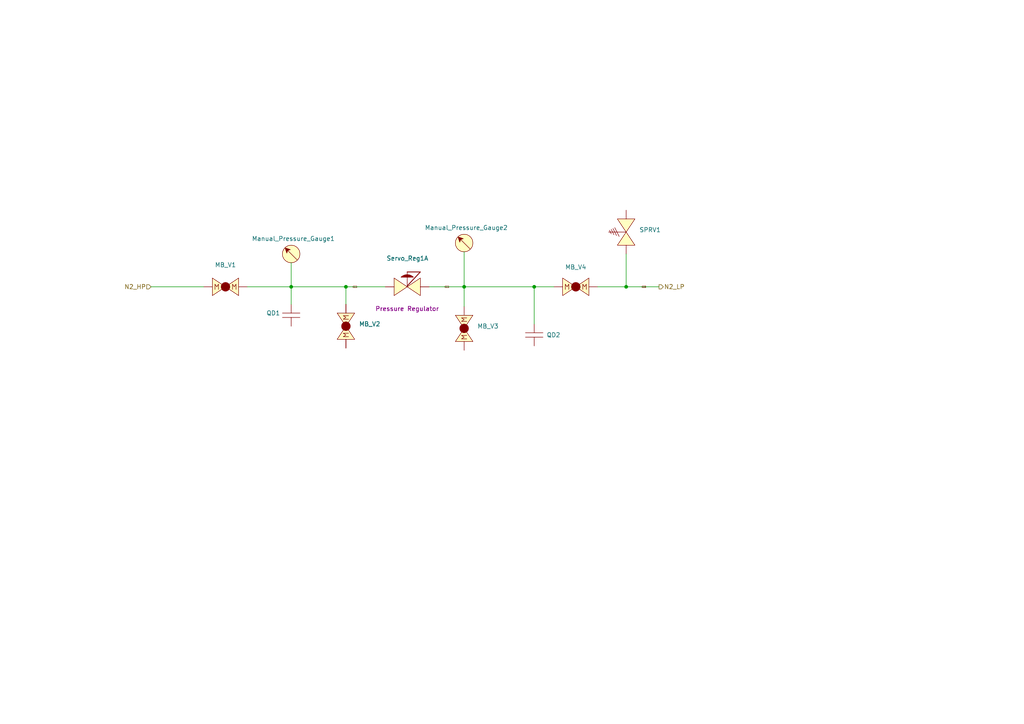
<source format=kicad_sch>
(kicad_sch (version 20250114) (generator "eeschema") (generator_version "9.0")
  (paper "A4")
  (lib_symbols
    (symbol "MBallValve_1"
      (property "Reference" "MB_V" (at 0 -3.81 0))
      (symbol "MBallValve_1_0_1"
        (polyline (pts (xy -3.048 -0.762) (xy -3.048 0.762) (xy -2.54 0) (xy -2.032 0.762) (xy -2.032 -0.762)))
        (polyline (pts (xy 2.032 -0.762) (xy 2.032 0.762) (xy 2.54 0) (xy 3.048 0.762) (xy 3.048 -0.762)))
      )
      (symbol "MBallValve_1_1_1"
        (polyline (pts (xy 0 0) (xy -3.81 -2.54) (xy -3.81 2.54) (xy 0 0)) (fill (type background)))
        (polyline (pts (xy 0 0) (xy 3.81 2.54) (xy 3.81 -2.54) (xy 0 0)) (fill (type background)))
        (circle (center 0 0) (radius 1.27) (fill (type outline)))
        (pin passive line (at -6.35 0 0) (length 2.54) (name "") (number ""))
        (pin passive line (at 6.35 0 180) (length 2.54) (name "") (number ""))
      )
    )
    (symbol "MBallValve_2"
      (property "Reference" "MB_V" (at 0 -3.81 0))
      (symbol "MBallValve_2_0_1"
        (polyline (pts (xy -3.048 -0.762) (xy -3.048 0.762) (xy -2.54 0) (xy -2.032 0.762) (xy -2.032 -0.762)))
        (polyline (pts (xy 2.032 -0.762) (xy 2.032 0.762) (xy 2.54 0) (xy 3.048 0.762) (xy 3.048 -0.762)))
      )
      (symbol "MBallValve_2_1_1"
        (polyline (pts (xy 0 0) (xy -3.81 -2.54) (xy -3.81 2.54) (xy 0 0)) (fill (type background)))
        (polyline (pts (xy 0 0) (xy 3.81 2.54) (xy 3.81 -2.54) (xy 0 0)) (fill (type background)))
        (circle (center 0 0) (radius 1.27) (fill (type outline)))
        (pin passive line (at -6.35 0 0) (length 2.54) (name "") (number ""))
        (pin passive line (at 6.35 0 180) (length 2.54) (name "") (number ""))
      )
    )
    (symbol "MBallValve_3"
      (property "Reference" "MB_V" (at 0 -3.81 0))
      (symbol "MBallValve_3_0_1"
        (polyline (pts (xy -3.048 -0.762) (xy -3.048 0.762) (xy -2.54 0) (xy -2.032 0.762) (xy -2.032 -0.762)))
        (polyline (pts (xy 2.032 -0.762) (xy 2.032 0.762) (xy 2.54 0) (xy 3.048 0.762) (xy 3.048 -0.762)))
      )
      (symbol "MBallValve_3_1_1"
        (polyline (pts (xy 0 0) (xy -3.81 -2.54) (xy -3.81 2.54) (xy 0 0)) (fill (type background)))
        (polyline (pts (xy 0 0) (xy 3.81 2.54) (xy 3.81 -2.54) (xy 0 0)) (fill (type background)))
        (circle (center 0 0) (radius 1.27) (fill (type outline)))
        (pin passive line (at -6.35 0 0) (length 2.54) (name "") (number ""))
        (pin passive line (at 6.35 0 180) (length 2.54) (name "") (number ""))
      )
    )
    (symbol "Manual_Pressure_Gauge_1"
      (property "Reference" "Manual_Pressure_Gauge" (at 0 -3.81 0))
      (symbol "Manual_Pressure_Gauge_1_1_1"
        (polyline (pts (xy -1.778 -1.778) (xy 1.778 1.778) (xy 0.254 1.27) (xy 1.016 1.016) (xy 1.27 0.254) (xy 1.778 1.778)) (fill (type outline)))
        (circle (center 0 0) (radius 2.54) (fill (type background)))
        (pin passive line (at -2.54 0 0) (length 0) (name "") (number ""))
        (pin passive line (at 2.54 0 180) (length 0) (name "") (number ""))
      )
    )
    (symbol "PID_symbols:MBallValve"
      (property "Reference" "MB_V" (at 0 -3.81 0))
      (symbol "MBallValve_0_1"
        (polyline (pts (xy -3.048 -0.762) (xy -3.048 0.762) (xy -2.54 0) (xy -2.032 0.762) (xy -2.032 -0.762)))
        (polyline (pts (xy 2.032 -0.762) (xy 2.032 0.762) (xy 2.54 0) (xy 3.048 0.762) (xy 3.048 -0.762)))
      )
      (symbol "MBallValve_1_1"
        (polyline (pts (xy 0 0) (xy -3.81 -2.54) (xy -3.81 2.54) (xy 0 0)) (fill (type background)))
        (polyline (pts (xy 0 0) (xy 3.81 2.54) (xy 3.81 -2.54) (xy 0 0)) (fill (type background)))
        (circle (center 0 0) (radius 1.27) (fill (type outline)))
        (pin passive line (at -6.35 0 0) (length 2.54) (name "") (number ""))
        (pin passive line (at 6.35 0 180) (length 2.54) (name "") (number ""))
      )
    )
    (symbol "PID_symbols:Manual_Pressure_Gauge"
      (property "Reference" "Manual_Pressure_Gauge" (at 0 -3.81 0))
      (symbol "Manual_Pressure_Gauge_1_1"
        (polyline (pts (xy -1.778 -1.778) (xy 1.778 1.778) (xy 0.254 1.27) (xy 1.016 1.016) (xy 1.27 0.254) (xy 1.778 1.778)) (fill (type outline)))
        (circle (center 0 0) (radius 2.54) (fill (type background)))
        (pin passive line (at -2.54 0 0) (length 0) (name "") (number ""))
        (pin passive line (at 2.54 0 180) (length 0) (name "") (number ""))
      )
    )
    (symbol "PID_symbols:Pressure_Regulator"
      (property "Reference" "Servo_Reg" (at 3.81 -3.81 0))
      (property "Description" "Pressure Regulator" (at 3.81 -6.35 0))
      (symbol "Pressure_Regulator_0_1"
        (polyline (pts (xy 2.032 2.794) (xy 5.588 2.794)))
        (polyline (pts (xy 3.81 2.54) (xy 3.81 2.794)))
        (polyline (pts (xy 3.81 0) (xy 3.81 2.54)))
      )
      (symbol "Pressure_Regulator_1_1"
        (unit_name "Reg")
        (polyline (pts (xy 0 0) (xy 0 2.54) (xy 3.81 0) (xy 0 -2.54) (xy 0 0)) (fill (type background)))
        (polyline (pts (xy 2.032 2.794) (xy 5.588 2.794) (xy 5.334 3.048) (xy 4.826 3.302) (xy 3.81 3.556) (xy 2.794 3.302) (xy 2.286 3.048) (xy 2.032 2.794)) (stroke (width 0.01)) (fill (type outline)))
        (polyline (pts (xy 3.81 4.318) (xy 3.81 3.81)))
        (polyline (pts (xy 3.81 3.81) (xy 3.81 3.556)))
        (arc (start 2.032 2.794) (mid 3.81 3.5305) (end 5.588 2.794))
        (polyline (pts (xy 3.81 0.254) (xy 7.62 4.318) (xy 3.81 4.318)) (stroke (width 0.25)))
        (polyline (pts (xy 3.81 0) (xy 7.62 2.54) (xy 7.62 -2.54) (xy 3.81 0)) (fill (type background)))
        (pin passive line (at -2.54 0 0) (length 2.54) (name "") (number ""))
        (pin passive line (at 10.16 0 180) (length 2.54) (name "") (number ""))
      )
      (symbol "Pressure_Regulator_1_2"
        (unit_name "Reg")
        (pin passive line (at -2.54 0 0) (length 2.54) (name "") (number ""))
        (pin passive line (at 10.16 0 180) (length 2.54) (name "") (number ""))
      )
      (symbol "Pressure_Regulator_2_1"
        (unit_name "Servo-Reg")
        (polyline (pts (xy 0 0) (xy 0 2.54) (xy 3.81 0) (xy 0 -2.54) (xy 0 0)) (fill (type background)))
        (polyline (pts (xy 2.032 2.794) (xy 5.588 2.794) (xy 5.334 3.048) (xy 4.826 3.302) (xy 3.81 3.556) (xy 2.794 3.302) (xy 2.286 3.048) (xy 2.032 2.794)) (stroke (width 0.01)) (fill (type outline)))
        (rectangle (start 2.54 10.795) (end 5.08 6.985) (fill (type background)))
        (rectangle (start 3.175 5.715) (end 4.445 5.08) (fill (type outline)))
        (polyline (pts (xy 3.81 4.318) (xy 3.81 3.81)))
        (polyline (pts (xy 3.81 3.81) (xy 3.81 6.985)))
        (polyline (pts (xy 3.81 3.81) (xy 3.81 3.556)))
        (arc (start 2.032 2.794) (mid 3.81 3.5305) (end 5.588 2.794))
        (polyline (pts (xy 3.81 0.254) (xy 7.62 4.318) (xy 3.81 4.318)) (stroke (width 0.25)))
        (polyline (pts (xy 3.81 0) (xy 7.62 2.54) (xy 7.62 -2.54) (xy 3.81 0)) (fill (type background)))
        (pin passive line (at -2.54 0 0) (length 2.54) (name "") (number ""))
        (pin passive line (at 10.16 0 180) (length 2.54) (name "") (number ""))
      )
      (symbol "Pressure_Regulator_2_2"
        (unit_name "Servo-Reg")
        (pin passive line (at -2.54 0 0) (length 2.54) (name "") (number ""))
        (pin passive line (at 10.16 0 180) (length 2.54) (name "") (number ""))
      )
    )
    (symbol "PID_symbols:Quick_Disconnect"
      (property "Reference" "QD" (at 0.762 -4.572 0))
      (symbol "Quick_Disconnect_0_1"
        (polyline (pts (xy 0 0) (xy 0 2.54) (xy 0 0) (xy 0 -2.54)))
        (polyline (pts (xy 1.27 2.54) (xy 1.27 -2.54)))
      )
      (symbol "Quick_Disconnect_1_1"
        (pin passive line (at -2.54 0 0) (length 2.54) (name "") (number ""))
        (pin passive line (at 3.81 0 180) (length 2.54) (name "") (number ""))
      )
    )
    (symbol "PID_symbols:SPRV"
      (property "Reference" "SPRV" (at 3.556 -3.302 0))
      (symbol "SPRV_0_1"
        (polyline (pts (xy 3.81 0) (xy 3.81 5.08)))
        (polyline (pts (xy 4.318 4.826) (xy 3.302 4.318)))
        (polyline (pts (xy 4.572 4.318) (xy 3.048 3.556)))
        (polyline (pts (xy 4.826 3.81) (xy 2.794 2.794)))
        (polyline (pts (xy 5.08 3.302) (xy 2.54 2.032)))
      )
      (symbol "SPRV_1_1"
        (polyline (pts (xy 0 0) (xy 0 2.54) (xy 3.81 0) (xy 0 -2.54) (xy 0 0)) (fill (type background)))
        (polyline (pts (xy 3.81 0) (xy 7.62 2.54) (xy 7.62 -2.54) (xy 3.81 0)) (fill (type background)))
        (pin passive line (at -2.54 0 0) (length 2.54) (name "") (number ""))
        (pin passive line (at 10.16 0 180) (length 2.54) (name "") (number ""))
      )
    )
    (symbol "Quick_Disconnect_1"
      (property "Reference" "QD" (at 0.762 -4.572 0))
      (symbol "Quick_Disconnect_1_0_1"
        (polyline (pts (xy 0 0) (xy 0 2.54) (xy 0 0) (xy 0 -2.54)))
        (polyline (pts (xy 1.27 2.54) (xy 1.27 -2.54)))
      )
      (symbol "Quick_Disconnect_1_1_1"
        (pin passive line (at -2.54 0 0) (length 2.54) (name "") (number ""))
        (pin passive line (at 3.81 0 180) (length 2.54) (name "") (number ""))
      )
    )
  )
  (junction (at 181.61 83.185))
  (junction (at 134.62 83.185))
  (junction (at 84.455 83.185))
  (junction (at 154.94 83.185))
  (junction (at 100.33 83.185))
  (wire (pts (xy 100.33 83.185) (xy 111.76 83.185)))
  (wire (pts (xy 134.62 73.025) (xy 134.62 83.185)))
  (wire (pts (xy 173.355 83.185) (xy 181.61 83.185)))
  (wire (pts (xy 181.61 83.185) (xy 191.135 83.185)))
  (wire (pts (xy 100.33 83.185) (xy 100.33 88.265)))
  (wire (pts (xy 84.455 76.2) (xy 84.455 83.185)))
  (wire (pts (xy 71.755 83.185) (xy 84.455 83.185)))
  (wire (pts (xy 154.94 83.185) (xy 154.94 93.98)))
  (wire (pts (xy 134.62 83.185) (xy 134.62 88.9)))
  (wire (pts (xy 154.94 83.185) (xy 160.655 83.185)))
  (wire (pts (xy 43.815 83.185) (xy 59.055 83.185)))
  (wire (pts (xy 124.46 83.185) (xy 134.62 83.185)))
  (wire (pts (xy 84.455 88.265) (xy 84.455 83.185)))
  (wire (pts (xy 134.62 83.185) (xy 154.94 83.185)))
  (wire (pts (xy 84.455 83.185) (xy 100.33 83.185)))
  (wire (pts (xy 181.61 73.66) (xy 181.61 83.185)))
  (global_label "1-4" (shape input) (at 128.905 83.185 0) (effects (font (size 0.254 0.254))) (property "Intersheetrefs" "${INTERSHEET_REFS}" (effects (hide yes))))
  (global_label "3-8" (shape input) (at 186.055 83.185 0) (effects (font (size 0.254 0.254))) (property "Intersheetrefs" "${INTERSHEET_REFS}" (effects (hide yes))))
  (global_label "1-4" (shape input) (at 102.235 83.185 0) (effects (font (size 0.254 0.254))) (property "Intersheetrefs" "${INTERSHEET_REFS}" (effects (hide yes))))
  (hierarchical_label "N2_HP" (shape input) (at 43.815 83.185 180))
  (hierarchical_label "N2_LP" (shape output) (at 191.135 83.185 0))
  (symbol (lib_name "MBallValve_2") (lib_id "PID_symbols:MBallValve") (at 65.405 83.185 0) (unit 1)
    (property "Reference" "MB_V1" (at 65.405 76.835 0))
  )
  (symbol (lib_id "PID_symbols:Quick_Disconnect") (at 154.94 97.79 90) (unit 1)
    (property "Reference" "QD2" (at 162.56 97.155 90) (effects (justify left)))
  )
  (symbol (lib_name "Manual_Pressure_Gauge_1") (lib_id "PID_symbols:Manual_Pressure_Gauge") (at 134.62 70.485 90) (unit 1)
    (property "Reference" "Manual_Pressure_Gauge2" (at 123.19 66.04 90) (effects (justify right)))
  )
  (symbol (lib_id "PID_symbols:Pressure_Regulator") (at 114.3 83.185 0) (unit 1)
    (property "Reference" "Servo_Reg1" (at 118.1725 74.93 0))
    (property "Description" "Pressure Regulator" (at 118.11 89.535 0))
  )
  (symbol (lib_name "MBallValve_1") (lib_id "PID_symbols:MBallValve") (at 167.005 83.185 0) (unit 1)
    (property "Reference" "MB_V4" (at 167.005 77.47 0))
  )
  (symbol (lib_id "PID_symbols:SPRV") (at 181.61 71.12 90) (unit 1)
    (property "Reference" "SPRV1" (at 185.42 66.6749 90) (effects (justify right)))
  )
  (symbol (lib_name "MBallValve_3") (lib_id "PID_symbols:MBallValve") (at 134.62 95.25 90) (unit 1)
    (property "Reference" "MB_V3" (at 138.43 94.6149 90) (effects (justify right)))
  )
  (symbol (lib_id "PID_symbols:Manual_Pressure_Gauge") (at 84.455 73.66 90) (unit 1)
    (property "Reference" "Manual_Pressure_Gauge1" (at 73.025 69.215 90) (effects (justify right)))
  )
  (symbol (lib_name "Quick_Disconnect_1") (lib_id "PID_symbols:Quick_Disconnect") (at 84.455 92.075 90) (unit 1)
    (property "Reference" "QD1" (at 81.28 90.8049 90) (effects (justify left)))
  )
  (symbol (lib_id "PID_symbols:MBallValve") (at 100.33 94.615 90) (unit 1)
    (property "Reference" "MB_V2" (at 104.14 93.9799 90) (effects (justify right)))
  )
)
</source>
